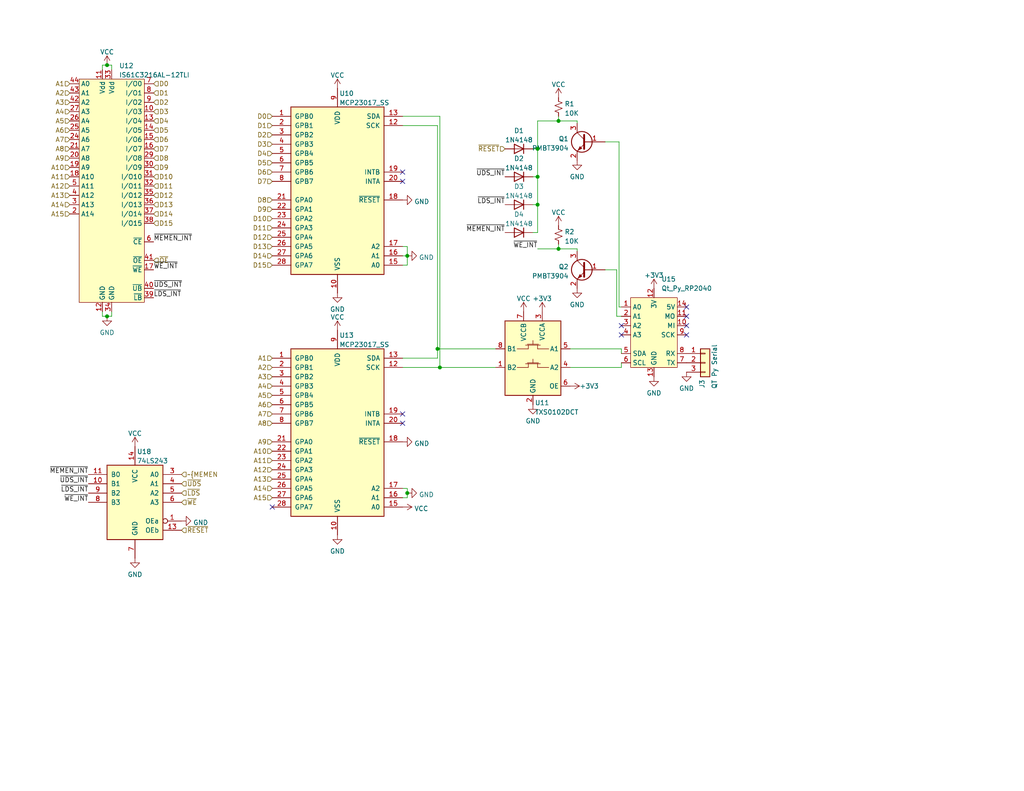
<source format=kicad_sch>
(kicad_sch (version 20230121) (generator eeschema)
  (paper "USLetter")
  (title_block (title "RAM/ROM Board") (date "2022-11-15") (rev "1.0.0-dev"))
  (lib_symbols
    (symbol "74xx:74LS243" (pin_names (offset 1.016))
      (property "Reference" "U" (at -7.62 11.43 0))
      (property "Value" "74LS243" (at -7.62 -11.43 0))
      (symbol "74LS243_1_0"
        (pin input inverted (at -12.7 -5.08 0) (length 5.08) (name "OEa") (number "1"))
        (pin tri_state line (at 12.7 5.08 180) (length 5.08) (name "B1") (number "10"))
        (pin tri_state line (at 12.7 7.62 180) (length 5.08) (name "B0") (number "11"))
        (pin input line (at -12.7 -7.62 0) (length 5.08) (name "OEb") (number "13"))
        (pin power_in line (at 0 15.24 270) (length 5.08) (name "VCC") (number "14"))
        (pin input line (at -12.7 7.62 0) (length 5.08) (name "A0") (number "3"))
        (pin input line (at -12.7 5.08 0) (length 5.08) (name "A1") (number "4"))
        (pin input line (at -12.7 2.54 0) (length 5.08) (name "A2") (number "5"))
        (pin input line (at -12.7 0 0) (length 5.08) (name "A3") (number "6"))
        (pin power_in line (at 0 -15.24 90) (length 5.08) (name "GND") (number "7"))
        (pin tri_state line (at 12.7 0 180) (length 5.08) (name "B3") (number "8"))
        (pin tri_state line (at 12.7 2.54 180) (length 5.08) (name "B2") (number "9"))
      )
      (symbol "74LS243_1_1"
        (rectangle (start -7.62 10.16) (end 7.62 -10.16) (stroke (width 0.254)) (fill (type background)))
      )
    )
    (symbol "Connector_Generic:Conn_01x03" (pin_names (offset 1.016) hide)
      (property "Reference" "J" (at 0 5.08 0))
      (property "Value" "Conn_01x03" (at 0 -5.08 0))
      (symbol "Conn_01x03_1_1"
        (rectangle (start -1.27 -2.413) (end 0 -2.667) (stroke (width 0.1524)))
        (rectangle (start -1.27 0.127) (end 0 -0.127) (stroke (width 0.1524)))
        (rectangle (start -1.27 2.667) (end 0 2.413) (stroke (width 0.1524)))
        (rectangle (start -1.27 3.81) (end 1.27 -3.81) (stroke (width 0.254)) (fill (type background)))
        (pin passive line (at -5.08 2.54 0) (length 3.81) (name "Pin_1") (number "1"))
        (pin passive line (at -5.08 0 0) (length 3.81) (name "Pin_2") (number "2"))
        (pin passive line (at -5.08 -2.54 0) (length 3.81) (name "Pin_3") (number "3"))
      )
    )
    (symbol "Device:Q_NPN_BEC" (pin_names (offset 0) hide)
      (property "Reference" "Q" (at 5.08 1.27 0))
      (property "Value" "Q_NPN_BEC" (at 5.08 -1.27 0))
      (symbol "Q_NPN_BEC_0_1"
        (polyline (pts (xy 0.635 0.635) (xy 2.54 2.54)))
        (polyline (pts (xy 0.635 -0.635) (xy 2.54 -2.54) (xy 2.54 -2.54)))
        (polyline (pts (xy 0.635 1.905) (xy 0.635 -1.905) (xy 0.635 -1.905)) (stroke (width 0.508)))
        (polyline (pts (xy 1.27 -1.778) (xy 1.778 -1.27) (xy 2.286 -2.286) (xy 1.27 -1.778) (xy 1.27 -1.778)) (fill (type outline)))
        (circle (center 1.27 0) (radius 2.8194) (stroke (width 0.254)))
      )
      (symbol "Q_NPN_BEC_1_1"
        (pin input line (at -5.08 0 0) (length 5.715) (name "B") (number "1"))
        (pin passive line (at 2.54 -5.08 90) (length 2.54) (name "E") (number "2"))
        (pin passive line (at 2.54 5.08 270) (length 2.54) (name "C") (number "3"))
      )
    )
    (symbol "Device:R_Small_US" (pin_numbers hide) (pin_names (offset 0.254) hide)
      (property "Reference" "R" (at 0.762 0.508 0))
      (property "Value" "R_Small_US" (at 0.762 -1.016 0))
      (symbol "R_Small_US_1_1"
        (polyline (pts (xy 0 0) (xy 1.016 -0.381) (xy 0 -0.762) (xy -1.016 -1.143) (xy 0 -1.524)))
        (polyline (pts (xy 0 1.524) (xy 1.016 1.143) (xy 0 0.762) (xy -1.016 0.381) (xy 0 0)))
        (pin passive line (at 0 2.54 270) (length 1.016) (name "~") (number "1"))
        (pin passive line (at 0 -2.54 90) (length 1.016) (name "~") (number "2"))
      )
    )
    (symbol "Diode:1N4148" (pin_numbers hide) (pin_names (offset 1.016) hide)
      (property "Reference" "D" (at 0 2.54 0))
      (property "Value" "1N4148" (at 0 -2.54 0))
      (symbol "1N4148_0_1"
        (polyline (pts (xy -1.27 1.27) (xy -1.27 -1.27)) (stroke (width 0.254)))
        (polyline (pts (xy 1.27 0) (xy -1.27 0)))
        (polyline (pts (xy 1.27 1.27) (xy 1.27 -1.27) (xy -1.27 0) (xy 1.27 1.27)) (stroke (width 0.254)))
      )
      (symbol "1N4148_1_1"
        (pin passive line (at -3.81 0 0) (length 2.54) (name "K") (number "1"))
        (pin passive line (at 3.81 0 180) (length 2.54) (name "A") (number "2"))
      )
    )
    (symbol "Interface_Expansion:MCP23017_SS" (pin_names (offset 1.016))
      (property "Reference" "U" (at -11.43 24.13 0))
      (property "Value" "MCP23017_SS" (at 0 0 0))
      (symbol "MCP23017_SS_0_1"
        (rectangle (start -12.7 22.86) (end 12.7 -22.86) (stroke (width 0.254)) (fill (type background)))
      )
      (symbol "MCP23017_SS_1_1"
        (pin bidirectional line (at 17.78 20.32 180) (length 5.08) (name "GPB0") (number "1"))
        (pin power_in line (at 0 -27.94 90) (length 5.08) (name "VSS") (number "10"))
        (pin no_connect line (at -12.7 15.24 0) (length 5.08) hide (name "NC") (number "11"))
        (pin input line (at -17.78 17.78 0) (length 5.08) (name "SCK") (number "12"))
        (pin bidirectional line (at -17.78 20.32 0) (length 5.08) (name "SDA") (number "13"))
        (pin no_connect line (at -12.7 12.7 0) (length 5.08) hide (name "NC") (number "14"))
        (pin input line (at -17.78 -20.32 0) (length 5.08) (name "A0") (number "15"))
        (pin input line (at -17.78 -17.78 0) (length 5.08) (name "A1") (number "16"))
        (pin input line (at -17.78 -15.24 0) (length 5.08) (name "A2") (number "17"))
        (pin input line (at -17.78 -2.54 0) (length 5.08) (name "~{RESET}") (number "18"))
        (pin tri_state line (at -17.78 5.08 0) (length 5.08) (name "INTB") (number "19"))
        (pin bidirectional line (at 17.78 17.78 180) (length 5.08) (name "GPB1") (number "2"))
        (pin tri_state line (at -17.78 2.54 0) (length 5.08) (name "INTA") (number "20"))
        (pin bidirectional line (at 17.78 -2.54 180) (length 5.08) (name "GPA0") (number "21"))
        (pin bidirectional line (at 17.78 -5.08 180) (length 5.08) (name "GPA1") (number "22"))
        (pin bidirectional line (at 17.78 -7.62 180) (length 5.08) (name "GPA2") (number "23"))
        (pin bidirectional line (at 17.78 -10.16 180) (length 5.08) (name "GPA3") (number "24"))
        (pin bidirectional line (at 17.78 -12.7 180) (length 5.08) (name "GPA4") (number "25"))
        (pin bidirectional line (at 17.78 -15.24 180) (length 5.08) (name "GPA5") (number "26"))
        (pin bidirectional line (at 17.78 -17.78 180) (length 5.08) (name "GPA6") (number "27"))
        (pin bidirectional line (at 17.78 -20.32 180) (length 5.08) (name "GPA7") (number "28"))
        (pin bidirectional line (at 17.78 15.24 180) (length 5.08) (name "GPB2") (number "3"))
        (pin bidirectional line (at 17.78 12.7 180) (length 5.08) (name "GPB3") (number "4"))
        (pin bidirectional line (at 17.78 10.16 180) (length 5.08) (name "GPB4") (number "5"))
        (pin bidirectional line (at 17.78 7.62 180) (length 5.08) (name "GPB5") (number "6"))
        (pin bidirectional line (at 17.78 5.08 180) (length 5.08) (name "GPB6") (number "7"))
        (pin bidirectional line (at 17.78 2.54 180) (length 5.08) (name "GPB7") (number "8"))
        (pin power_in line (at 0 27.94 270) (length 5.08) (name "VDD") (number "9"))
      )
    )
    (symbol "Logic_LevelTranslator:TXS0102DCT"
      (property "Reference" "U" (at -6.35 11.43 0))
      (property "Value" "TXS0102DCT" (at 3.81 11.43 0))
      (symbol "TXS0102DCT_0_1"
        (rectangle (start -7.62 10.16) (end 7.62 -10.16) (stroke (width 0.254)) (fill (type background)))
        (polyline (pts (xy -4.318 -2.54) (xy -1.27 -2.54)))
        (polyline (pts (xy -2.032 -1.524) (xy 2.032 -1.524)))
        (polyline (pts (xy -1.524 -1.27) (xy 1.524 -1.27)))
        (polyline (pts (xy -1.27 -2.54) (xy -1.27 -1.524)))
        (polyline (pts (xy 0 -1.27) (xy 0 -0.254)))
        (polyline (pts (xy 1.27 -2.54) (xy 1.27 -1.524)))
        (polyline (pts (xy 4.318 -2.54) (xy 1.27 -2.54)))
      )
      (symbol "TXS0102DCT_1_1"
        (polyline (pts (xy -4.318 2.54) (xy -1.27 2.54)))
        (polyline (pts (xy -2.032 3.556) (xy 2.032 3.556)))
        (polyline (pts (xy -1.524 3.81) (xy 1.524 3.81)))
        (polyline (pts (xy -1.27 2.54) (xy -1.27 3.556)))
        (polyline (pts (xy 0 3.81) (xy 0 4.826)))
        (polyline (pts (xy 1.27 2.54) (xy 1.27 3.556)))
        (polyline (pts (xy 4.318 2.54) (xy 1.27 2.54)))
        (pin bidirectional line (at 10.16 -2.54 180) (length 2.54) (name "B2") (number "1"))
        (pin power_in line (at 0 -12.7 90) (length 2.54) (name "GND") (number "2"))
        (pin power_in line (at -2.54 12.7 270) (length 2.54) (name "VCCA") (number "3"))
        (pin bidirectional line (at -10.16 -2.54 0) (length 2.54) (name "A2") (number "4"))
        (pin bidirectional line (at -10.16 2.54 0) (length 2.54) (name "A1") (number "5"))
        (pin input line (at -10.16 -7.62 0) (length 2.54) (name "OE") (number "6"))
        (pin power_in line (at 2.54 12.7 270) (length 2.54) (name "VCCB") (number "7"))
        (pin bidirectional line (at 10.16 2.54 180) (length 2.54) (name "B1") (number "8"))
      )
    )
    (symbol "parts:IS61C3216AL-12TLI"
      (property "Reference" "U" (at 11.43 27.94 0))
      (property "Value" "IS61C3216AL-12TLI" (at 12.7 25.4 0))
      (symbol "IS61C3216AL-12TLI_0_0"
        (pin input line (at -10.16 -3.81 0) (length 2.54) (name "A10") (number "18"))
        (pin input line (at -10.16 -1.27 0) (length 2.54) (name "A9") (number "19"))
        (pin input line (at -10.16 -13.97 0) (length 2.54) (name "A14") (number "2"))
        (pin input line (at -10.16 1.27 0) (length 2.54) (name "A8") (number "20"))
        (pin input line (at -10.16 3.81 0) (length 2.54) (name "A7") (number "21"))
        (pin input line (at -10.16 6.35 0) (length 2.54) (name "A6") (number "24"))
        (pin input line (at -10.16 8.89 0) (length 2.54) (name "A5") (number "25"))
        (pin input line (at -10.16 11.43 0) (length 2.54) (name "A4") (number "26"))
        (pin input line (at -10.16 13.97 0) (length 2.54) (name "A3") (number "27"))
        (pin bidirectional line (at 12.7 1.27 180) (length 2.54) (name "I/O8") (number "29"))
        (pin input line (at -10.16 -11.43 0) (length 2.54) (name "A13") (number "3"))
        (pin bidirectional line (at 12.7 -1.27 180) (length 2.54) (name "I/O9") (number "30"))
        (pin bidirectional line (at 12.7 -3.81 180) (length 2.54) (name "I/O10") (number "31"))
        (pin bidirectional line (at 12.7 -6.35 180) (length 2.54) (name "I/O11") (number "32"))
        (pin bidirectional line (at 12.7 -8.89 180) (length 2.54) (name "I/O12") (number "35"))
        (pin bidirectional line (at 12.7 -11.43 180) (length 2.54) (name "I/O13") (number "36"))
        (pin bidirectional line (at 12.7 -13.97 180) (length 2.54) (name "I/O14") (number "37"))
        (pin bidirectional line (at 12.7 -16.51 180) (length 2.54) (name "I/O15") (number "38"))
        (pin input line (at -10.16 -8.89 0) (length 2.54) (name "A12") (number "4"))
        (pin input line (at -10.16 16.51 0) (length 2.54) (name "A2") (number "42"))
        (pin input line (at -10.16 19.05 0) (length 2.54) (name "A1") (number "43"))
        (pin input line (at -10.16 -6.35 0) (length 2.54) (name "A11") (number "5"))
      )
      (symbol "IS61C3216AL-12TLI_0_1"
        (rectangle (start 10.16 22.86) (end -7.62 -38.1) (stroke (width 0.1524)) (fill (type background)))
      )
      (symbol "IS61C3216AL-12TLI_1_1"
        (pin bidirectional line (at 12.7 13.97 180) (length 2.54) (name "I/O3") (number "10"))
        (pin power_in line (at -1.27 25.4 270) (length 2.54) (name "Vdd") (number "11"))
        (pin power_in line (at -1.27 -40.64 90) (length 2.54) (name "GND") (number "12"))
        (pin bidirectional line (at 12.7 11.43 180) (length 2.54) (name "I/O4") (number "13"))
        (pin bidirectional line (at 12.7 8.89 180) (length 2.54) (name "I/O5") (number "14"))
        (pin bidirectional line (at 12.7 6.35 180) (length 2.54) (name "I/O6") (number "15"))
        (pin bidirectional line (at 12.7 3.81 180) (length 2.54) (name "I/O7") (number "16"))
        (pin input line (at 12.7 -29.21 180) (length 2.54) (name "~{WE}") (number "17"))
        (pin power_in line (at 1.27 25.4 270) (length 2.54) (name "Vdd") (number "33"))
        (pin power_in line (at 1.27 -40.64 90) (length 2.54) (name "GND") (number "34"))
        (pin input line (at 12.7 -36.83 180) (length 2.54) (name "~{LB}") (number "39"))
        (pin input line (at 12.7 -34.29 180) (length 2.54) (name "~{UB}") (number "40"))
        (pin input line (at 12.7 -26.67 180) (length 2.54) (name "~{OE}") (number "41"))
        (pin input line (at -10.16 21.59 0) (length 2.54) (name "A0") (number "44"))
        (pin input line (at 12.7 -21.59 180) (length 2.54) (name "~{CE}") (number "6"))
        (pin bidirectional line (at 12.7 21.59 180) (length 2.54) (name "I/O0") (number "7"))
        (pin bidirectional line (at 12.7 19.05 180) (length 2.54) (name "I/O1") (number "8"))
        (pin bidirectional line (at 12.7 16.51 180) (length 2.54) (name "I/O2") (number "9"))
      )
    )
    (symbol "parts:Qt_Py_RP2040"
      (property "Reference" "U15" (at 2.0194 12.7 0))
      (property "Value" "Qt_Py_RP2040" (at 2.0194 10.16 0))
      (symbol "Qt_Py_RP2040_0_1"
        (rectangle (start 6.35 7.62) (end -6.35 -11.43) (stroke (width 0.1524)) (fill (type background)))
      )
      (symbol "Qt_Py_RP2040_1_1"
        (pin bidirectional line (at -8.89 5.08 0) (length 2.54) (name "A0") (number "1"))
        (pin bidirectional line (at 8.89 0 180) (length 2.54) (name "MI") (number "10"))
        (pin bidirectional line (at 8.89 2.54 180) (length 2.54) (name "MO") (number "11"))
        (pin power_out line (at 0 10.16 270) (length 2.54) (name "3V") (number "12"))
        (pin power_out line (at 0 -13.97 90) (length 2.54) (name "GND") (number "13"))
        (pin power_out line (at 8.89 5.08 180) (length 2.54) (name "5V") (number "14"))
        (pin bidirectional line (at -8.89 2.54 0) (length 2.54) (name "A1") (number "2"))
        (pin bidirectional line (at -8.89 0 0) (length 2.54) (name "A2") (number "3"))
        (pin bidirectional line (at -8.89 -2.54 0) (length 2.54) (name "A3") (number "4"))
        (pin bidirectional line (at -8.89 -7.62 0) (length 2.54) (name "SDA") (number "5"))
        (pin bidirectional line (at -8.89 -10.16 0) (length 2.54) (name "SCL") (number "6"))
        (pin bidirectional line (at 8.89 -10.16 180) (length 2.54) (name "TX") (number "7"))
        (pin bidirectional line (at 8.89 -7.62 180) (length 2.54) (name "RX") (number "8"))
        (pin bidirectional line (at 8.89 -2.54 180) (length 2.54) (name "SCK") (number "9"))
      )
    )
    (symbol "power:+3V3" (power) (pin_names (offset 0))
      (property "Value" "+3V3" (at 0 3.556 0))
      (symbol "+3V3_0_1"
        (polyline (pts (xy -0.762 1.27) (xy 0 2.54)))
        (polyline (pts (xy 0 0) (xy 0 2.54)))
        (polyline (pts (xy 0 2.54) (xy 0.762 1.27)))
      )
      (symbol "+3V3_1_1"
        (pin power_in line (at 0 0 90) (length 0) hide (name "+3V3") (number "1"))
      )
    )
    (symbol "power:GND" (power) (pin_names (offset 0))
      (property "Value" "GND" (at 0 -3.81 0))
      (symbol "GND_0_1"
        (polyline (pts (xy 0 0) (xy 0 -1.27) (xy 1.27 -1.27) (xy 0 -2.54) (xy -1.27 -1.27) (xy 0 -1.27)))
      )
      (symbol "GND_1_1"
        (pin power_in line (at 0 0 270) (length 0) hide (name "GND") (number "1"))
      )
    )
    (symbol "power:VCC" (power) (pin_names (offset 0))
      (property "Value" "VCC" (at 0 3.81 0))
      (symbol "VCC_0_1"
        (polyline (pts (xy -0.762 1.27) (xy 0 2.54)))
        (polyline (pts (xy 0 0) (xy 0 2.54)))
        (polyline (pts (xy 0 2.54) (xy 0.762 1.27)))
      )
      (symbol "VCC_1_1"
        (pin power_in line (at 0 0 90) (length 0) hide (name "VCC") (number "1"))
      )
    )
  )
  (junction (at 119.38 95.25))
  (junction (at 111.125 69.85))
  (junction (at 146.685 48.26))
  (junction (at 152.4 67.945))
  (junction (at 146.685 55.88))
  (junction (at 146.685 40.64))
  (junction (at 111.125 134.62))
  (junction (at 120.015 100.33))
  (junction (at 29.21 17.78))
  (junction (at 29.21 86.36))
  (junction (at 152.4 33.02))
  (no_connect (at 169.545 91.44))
  (no_connect (at 109.855 115.57))
  (no_connect (at 109.855 113.03))
  (no_connect (at 187.325 83.82))
  (no_connect (at 187.325 88.9))
  (no_connect (at 187.325 91.44))
  (no_connect (at 187.325 86.36))
  (no_connect (at 109.855 46.99))
  (no_connect (at 169.545 88.9))
  (no_connect (at 74.295 138.43))
  (no_connect (at 109.855 49.53))
  (wire (pts (xy 146.685 40.64) (xy 146.685 48.26)))
  (wire (pts (xy 146.685 33.02) (xy 146.685 40.64)))
  (wire (pts (xy 157.48 33.02) (xy 157.48 33.655)))
  (wire (pts (xy 146.685 33.02) (xy 152.4 33.02)))
  (wire (pts (xy 152.4 66.675) (xy 152.4 67.945)))
  (wire (pts (xy 27.94 17.78) (xy 29.21 17.78)))
  (wire (pts (xy 27.94 19.05) (xy 27.94 17.78)))
  (wire (pts (xy 168.275 86.36) (xy 168.275 73.66)))
  (wire (pts (xy 145.415 63.5) (xy 146.685 63.5)))
  (wire (pts (xy 169.545 95.25) (xy 169.545 96.52)))
  (wire (pts (xy 119.38 34.29) (xy 119.38 95.25)))
  (wire (pts (xy 30.48 17.78) (xy 30.48 19.05)))
  (wire (pts (xy 109.855 135.89) (xy 111.125 135.89)))
  (wire (pts (xy 168.275 86.36) (xy 169.545 86.36)))
  (wire (pts (xy 109.855 97.79) (xy 119.38 97.79)))
  (wire (pts (xy 145.415 55.88) (xy 146.685 55.88)))
  (wire (pts (xy 146.685 48.26) (xy 146.685 55.88)))
  (wire (pts (xy 109.855 34.29) (xy 119.38 34.29)))
  (wire (pts (xy 109.855 133.35) (xy 111.125 133.35)))
  (wire (pts (xy 27.94 86.36) (xy 27.94 85.09)))
  (wire (pts (xy 169.545 83.82) (xy 168.91 83.82)))
  (wire (pts (xy 109.855 67.31) (xy 111.125 67.31)))
  (wire (pts (xy 155.575 95.25) (xy 169.545 95.25)))
  (wire (pts (xy 152.4 67.945) (xy 157.48 67.945)))
  (wire (pts (xy 120.015 31.75) (xy 120.015 100.33)))
  (wire (pts (xy 146.685 67.945) (xy 152.4 67.945)))
  (wire (pts (xy 111.125 69.85) (xy 111.125 72.39)))
  (wire (pts (xy 109.855 69.85) (xy 111.125 69.85)))
  (wire (pts (xy 146.685 55.88) (xy 146.685 63.5)))
  (wire (pts (xy 157.48 67.945) (xy 157.48 68.58)))
  (wire (pts (xy 168.91 38.735) (xy 165.1 38.735)))
  (wire (pts (xy 109.855 31.75) (xy 120.015 31.75)))
  (wire (pts (xy 119.38 95.25) (xy 119.38 97.79)))
  (wire (pts (xy 109.855 72.39) (xy 111.125 72.39)))
  (wire (pts (xy 168.91 83.82) (xy 168.91 38.735)))
  (wire (pts (xy 119.38 95.25) (xy 135.255 95.25)))
  (wire (pts (xy 145.415 48.26) (xy 146.685 48.26)))
  (wire (pts (xy 29.21 86.36) (xy 27.94 86.36)))
  (wire (pts (xy 111.125 134.62) (xy 111.125 133.35)))
  (wire (pts (xy 169.545 100.33) (xy 169.545 99.06)))
  (wire (pts (xy 152.4 33.02) (xy 157.48 33.02)))
  (wire (pts (xy 145.415 40.64) (xy 146.685 40.64)))
  (wire (pts (xy 111.125 135.89) (xy 111.125 134.62)))
  (wire (pts (xy 168.275 73.66) (xy 165.1 73.66)))
  (wire (pts (xy 30.48 86.36) (xy 30.48 85.09)))
  (wire (pts (xy 109.855 100.33) (xy 120.015 100.33)))
  (wire (pts (xy 120.015 100.33) (xy 135.255 100.33)))
  (wire (pts (xy 155.575 100.33) (xy 169.545 100.33)))
  (wire (pts (xy 29.21 17.78) (xy 30.48 17.78)))
  (wire (pts (xy 29.21 86.36) (xy 30.48 86.36)))
  (wire (pts (xy 111.125 67.31) (xy 111.125 69.85)))
  (wire (pts (xy 152.4 31.75) (xy 152.4 33.02)))
  (label "~{UDS_INT}" (at 41.91 78.74 0))
  (label "~{WE_INT}" (at 41.91 73.66 0))
  (label "~{MEMEN_INT}" (at 137.795 63.5 180))
  (label "~{WE_INT}" (at 146.685 67.945 180))
  (label "~{LDS_INT}" (at 41.91 81.28 0))
  (label "~{LDS_INT}" (at 137.795 55.88 180))
  (label "~{MEMEN_INT}" (at 24.13 129.54 180))
  (label "~{LDS_INT}" (at 24.13 134.62 180))
  (label "~{WE_INT}" (at 24.13 137.16 180))
  (label "~{UDS_INT}" (at 137.795 48.26 180))
  (label "~{MEMEN_INT}" (at 41.91 66.04 0))
  (label "~{UDS_INT}" (at 24.13 132.08 180))
  (hierarchical_label "A14" (shape input) (at 74.295 133.35 180))
  (hierarchical_label "D15" (shape input) (at 41.91 60.96 0))
  (hierarchical_label "A13" (shape input) (at 74.295 130.81 180))
  (hierarchical_label "D12" (shape input) (at 41.91 53.34 0))
  (hierarchical_label "A8" (shape input) (at 19.05 40.64 180))
  (hierarchical_label "D4" (shape input) (at 74.295 41.91 180))
  (hierarchical_label "D2" (shape input) (at 74.295 36.83 180))
  (hierarchical_label "D0" (shape input) (at 41.91 22.86 0))
  (hierarchical_label "D8" (shape input) (at 41.91 43.18 0))
  (hierarchical_label "~{MEMEN" (shape input) (at 49.53 129.54 0))
  (hierarchical_label "D14" (shape input) (at 74.295 69.85 180))
  (hierarchical_label "D13" (shape input) (at 74.295 67.31 180))
  (hierarchical_label "A3" (shape input) (at 74.295 102.87 180))
  (hierarchical_label "D5" (shape input) (at 41.91 35.56 0))
  (hierarchical_label "D5" (shape input) (at 74.295 44.45 180))
  (hierarchical_label "~{RESET}" (shape input) (at 49.53 144.78 0))
  (hierarchical_label "A9" (shape input) (at 74.295 120.65 180))
  (hierarchical_label "D11" (shape input) (at 74.295 62.23 180))
  (hierarchical_label "D11" (shape input) (at 41.91 50.8 0))
  (hierarchical_label "A15" (shape input) (at 19.05 58.42 180))
  (hierarchical_label "A11" (shape input) (at 74.295 125.73 180))
  (hierarchical_label "A7" (shape input) (at 19.05 38.1 180))
  (hierarchical_label "A1" (shape input) (at 19.05 22.86 180))
  (hierarchical_label "A12" (shape input) (at 19.05 50.8 180))
  (hierarchical_label "A1" (shape input) (at 74.295 97.79 180))
  (hierarchical_label "D0" (shape input) (at 74.295 31.75 180))
  (hierarchical_label "A5" (shape input) (at 74.295 107.95 180))
  (hierarchical_label "D9" (shape input) (at 74.295 57.15 180))
  (hierarchical_label "D10" (shape input) (at 74.295 59.69 180))
  (hierarchical_label "D15" (shape input) (at 74.295 72.39 180))
  (hierarchical_label "A2" (shape input) (at 19.05 25.4 180))
  (hierarchical_label "D8" (shape input) (at 74.295 54.61 180))
  (hierarchical_label "D3" (shape input) (at 41.91 30.48 0))
  (hierarchical_label "D1" (shape input) (at 41.91 25.4 0))
  (hierarchical_label "A15" (shape input) (at 74.295 135.89 180))
  (hierarchical_label "~{UDS}" (shape input) (at 49.53 132.08 0))
  (hierarchical_label "A9" (shape input) (at 19.05 43.18 180))
  (hierarchical_label "A4" (shape input) (at 19.05 30.48 180))
  (hierarchical_label "D7" (shape input) (at 41.91 40.64 0))
  (hierarchical_label "D1" (shape input) (at 74.295 34.29 180))
  (hierarchical_label "A6" (shape input) (at 74.295 110.49 180))
  (hierarchical_label "A10" (shape input) (at 74.295 123.19 180))
  (hierarchical_label "D12" (shape input) (at 74.295 64.77 180))
  (hierarchical_label "D9" (shape input) (at 41.91 45.72 0))
  (hierarchical_label "~{OE}" (shape input) (at 41.91 71.12 0))
  (hierarchical_label "D7" (shape input) (at 74.295 49.53 180))
  (hierarchical_label "A6" (shape input) (at 19.05 35.56 180))
  (hierarchical_label "D3" (shape input) (at 74.295 39.37 180))
  (hierarchical_label "D4" (shape input) (at 41.91 33.02 0))
  (hierarchical_label "A10" (shape input) (at 19.05 45.72 180))
  (hierarchical_label "D14" (shape input) (at 41.91 58.42 0))
  (hierarchical_label "A14" (shape input) (at 19.05 55.88 180))
  (hierarchical_label "D13" (shape input) (at 41.91 55.88 0))
  (hierarchical_label "A12" (shape input) (at 74.295 128.27 180))
  (hierarchical_label "D6" (shape input) (at 41.91 38.1 0))
  (hierarchical_label "A3" (shape input) (at 19.05 27.94 180))
  (hierarchical_label "~{LDS}" (shape input) (at 49.53 134.62 0))
  (hierarchical_label "A8" (shape input) (at 74.295 115.57 180))
  (hierarchical_label "D10" (shape input) (at 41.91 48.26 0))
  (hierarchical_label "A11" (shape input) (at 19.05 48.26 180))
  (hierarchical_label "A7" (shape input) (at 74.295 113.03 180))
  (hierarchical_label "~{RESET}" (shape input) (at 137.795 40.64 180))
  (hierarchical_label "A4" (shape input) (at 74.295 105.41 180))
  (hierarchical_label "~{WE}" (shape input) (at 49.53 137.16 0))
  (hierarchical_label "A13" (shape input) (at 19.05 53.34 180))
  (hierarchical_label "A5" (shape input) (at 19.05 33.02 180))
  (hierarchical_label "D6" (shape input) (at 74.295 46.99 180))
  (hierarchical_label "D2" (shape input) (at 41.91 27.94 0))
  (hierarchical_label "A2" (shape input) (at 74.295 100.33 180))
  (symbol (lib_id "Device:R_Small_US") (at 152.4 29.21 0) (unit 1)
    (property "Reference" "R1" (at 154.051 28.3753 0) (effects (justify left)))
    (property "Value" "10K" (at 154.051 30.9122 0) (effects (justify left)))
    (property "Footprint" "Resistor_SMD:R_0603_1608Metric" (effects hide))
  )
  (symbol (lib_id "Interface_Expansion:MCP23017_SS") (at 92.075 52.07 0) (mirror y) (unit 1)
    (property "Reference" "U10" (at 92.5956 25.5102 0) (effects (justify right)))
    (property "Value" "MCP23017_SS" (at 92.5956 28.0471 0) (effects (justify right)))
    (property "Footprint" "Package_SO:SSOP-28_5.3x10.2mm_P0.65mm" (effects hide))
    (property "Datasheet" "http://ww1.microchip.com/downloads/en/DeviceDoc/20001952C.pdf" (effects hide))
  )
  (symbol (lib_id "power:GND") (at 92.075 146.05 0) (unit 1)
    (property "Reference" "#PWR0115" (effects hide))
    (property "Value" "GND" (at 92.075 150.4934 0))
  )
  (symbol (lib_id "power:GND") (at 157.48 43.815 0) (unit 1)
    (property "Reference" "#PWR0117" (effects hide))
    (property "Value" "GND" (at 157.48 48.2584 0))
  )
  (symbol (lib_id "power:VCC") (at 92.075 24.13 0) (unit 1)
    (property "Reference" "#PWR0112" (effects hide))
    (property "Value" "VCC" (at 92.075 20.5542 0))
  )
  (symbol (lib_id "74xx:74LS243") (at 36.83 137.16 0) (mirror y) (unit 1)
    (property "Reference" "U18" (at 37.3506 123.3002 0) (effects (justify right)))
    (property "Value" "74LS243" (at 37.3506 125.8371 0) (effects (justify right)))
    (property "Footprint" "Package_SO:SOIC-14_3.9x8.7mm_P1.27mm" (effects hide))
    (property "Datasheet" "http://www.ti.com/lit/gpn/sn74LS243" (effects hide))
  )
  (symbol (lib_id "power:VCC") (at 36.83 121.92 0) (unit 1)
    (property "Reference" "#PWR0106" (effects hide))
    (property "Value" "VCC" (at 36.83 118.3442 0))
  )
  (symbol (lib_id "power:VCC") (at 29.21 17.78 0) (unit 1)
    (property "Reference" "#PWR033" (effects hide))
    (property "Value" "VCC" (at 29.21 14.2042 0))
  )
  (symbol (lib_id "Diode:1N4148") (at 141.605 40.64 180) (unit 1)
    (property "Reference" "D1" (at 141.605 35.6702 0))
    (property "Value" "1N4148" (at 141.605 38.2071 0))
    (property "Footprint" "Diode_SMD:D_0805_2012Metric" (effects hide))
    (property "Datasheet" "https://assets.nexperia.com/documents/data-sheet/1N4148_1N4448.pdf" (effects hide))
  )
  (symbol (lib_id "power:VCC") (at 142.875 85.09 0) (unit 1)
    (property "Reference" "#PWR0122" (effects hide))
    (property "Value" "VCC" (at 142.875 81.5142 0))
  )
  (symbol (lib_id "Device:Q_NPN_BEC") (at 160.02 38.735 0) (mirror y) (unit 1)
    (property "Reference" "Q1" (at 155.1687 37.9003 0) (effects (justify left)))
    (property "Value" "PMBT3904" (at 155.1687 40.4372 0) (effects (justify left)))
    (property "Footprint" "Package_TO_SOT_SMD:SOT-23" (effects hide))
  )
  (symbol (lib_id "power:GND") (at 145.415 110.49 0) (unit 1)
    (property "Reference" "#PWR019" (effects hide))
    (property "Value" "GND" (at 145.415 114.9334 0))
  )
  (symbol (lib_id "power:GND") (at 49.53 142.24 90) (unit 1)
    (property "Reference" "#PWR0120" (effects hide))
    (property "Value" "GND" (at 52.705 142.6738 90) (effects (justify right)))
  )
  (symbol (lib_id "power:+3V3") (at 178.435 78.74 0) (unit 1)
    (property "Reference" "#PWR0102" (effects hide))
    (property "Value" "+3V3" (at 178.435 75.1642 0))
  )
  (symbol (lib_id "Interface_Expansion:MCP23017_SS") (at 92.075 118.11 0) (mirror y) (unit 1)
    (property "Reference" "U13" (at 92.5956 91.5502 0) (effects (justify right)))
    (property "Value" "MCP23017_SS" (at 92.5956 94.0871 0) (effects (justify right)))
    (property "Footprint" "Package_SO:SSOP-28_5.3x10.2mm_P0.65mm" (effects hide))
    (property "Datasheet" "http://ww1.microchip.com/downloads/en/DeviceDoc/20001952C.pdf" (effects hide))
  )
  (symbol (lib_id "power:GND") (at 36.83 152.4 0) (unit 1)
    (property "Reference" "#PWR0107" (effects hide))
    (property "Value" "GND" (at 36.83 156.8434 0))
  )
  (symbol (lib_id "power:VCC") (at 152.4 26.67 0) (unit 1)
    (property "Reference" "#PWR0119" (effects hide))
    (property "Value" "VCC" (at 152.4 23.0942 0))
  )
  (symbol (lib_id "power:GND") (at 109.855 120.65 90) (unit 1)
    (property "Reference" "#PWR0113" (effects hide))
    (property "Value" "GND" (at 113.03 121.0838 90) (effects (justify right)))
  )
  (symbol (lib_id "parts:IS61C3216AL-12TLI") (at 29.21 44.45 0) (unit 1)
    (property "Reference" "U12" (at 32.4994 17.941 0) (effects (justify left)))
    (property "Value" "IS61C3216AL-12TLI" (at 32.4994 20.4779 0) (effects (justify left)))
    (property "Footprint" "Package_SO:TSOP-II-44_10.16x18.41mm_P0.8mm" (effects hide))
  )
  (symbol (lib_id "Logic_LevelTranslator:TXS0102DCT") (at 145.415 97.79 0) (mirror y) (unit 1)
    (property "Reference" "U11" (at 145.9356 109.9804 0) (effects (justify right)))
    (property "Value" "TXS0102DCT" (at 145.9356 112.5173 0) (effects (justify right)))
    (property "Footprint" "Package_SO:SSOP-8_2.95x2.8mm_P0.65mm" (effects hide))
    (property "Datasheet" "http://www.ti.com/lit/gpn/txs0102" (effects hide))
  )
  (symbol (lib_id "power:VCC") (at 92.075 90.17 0) (unit 1)
    (property "Reference" "#PWR0109" (effects hide))
    (property "Value" "VCC" (at 92.075 86.5942 0))
  )
  (symbol (lib_id "parts:Qt_Py_RP2040") (at 178.435 88.9 0) (unit 1)
    (property "Reference" "U15" (at 180.4544 76.2 0) (effects (justify left)))
    (property "Value" "Qt_Py_RP2040" (at 180.4544 78.74 0) (effects (justify left)))
    (property "Footprint" "xiao_lib:Seeeduino XIAO-MOUDLE14P-2.54-21X17.8MM" (effects hide))
  )
  (symbol (lib_id "power:GND") (at 178.435 102.87 0) (unit 1)
    (property "Reference" "#PWR0103" (effects hide))
    (property "Value" "GND" (at 178.435 107.3134 0))
  )
  (symbol (lib_id "Diode:1N4148") (at 141.605 48.26 180) (unit 1)
    (property "Reference" "D2" (at 141.605 43.2902 0))
    (property "Value" "1N4148" (at 141.605 45.8271 0))
    (property "Footprint" "Diode_SMD:D_0805_2012Metric" (effects hide))
    (property "Datasheet" "https://assets.nexperia.com/documents/data-sheet/1N4148_1N4448.pdf" (effects hide))
  )
  (symbol (lib_id "power:VCC") (at 109.855 138.43 270) (unit 1)
    (property "Reference" "#PWR0114" (effects hide))
    (property "Value" "VCC" (at 113.03 138.8638 90) (effects (justify left)))
  )
  (symbol (lib_id "power:GND") (at 111.125 69.85 90) (unit 1)
    (property "Reference" "#PWR0110" (effects hide))
    (property "Value" "GND" (at 114.3 70.2838 90) (effects (justify right)))
  )
  (symbol (lib_id "power:GND") (at 29.21 86.36 0) (unit 1)
    (property "Reference" "#PWR050" (effects hide))
    (property "Value" "GND" (at 29.21 90.8034 0))
  )
  (symbol (lib_id "Connector_Generic:Conn_01x03") (at 192.405 99.06 0) (unit 1)
    (property "Reference" "J3" (at 191.5703 103.632 90) (effects (justify right)))
    (property "Value" "QT Py Serial" (at 194.945 93.98 90) (effects (justify right)))
    (property "Footprint" "Connector_PinHeader_2.54mm:PinHeader_1x03_P2.54mm_Vertical" (effects hide))
  )
  (symbol (lib_id "power:+3V3") (at 155.575 105.41 270) (unit 1)
    (property "Reference" "#PWR0125" (effects hide))
    (property "Value" "+3V3" (at 158.115 105.41 90) (effects (justify left)))
  )
  (symbol (lib_id "Device:R_Small_US") (at 152.4 64.135 0) (unit 1)
    (property "Reference" "R2" (at 154.051 63.3003 0) (effects (justify left)))
    (property "Value" "10K" (at 154.051 65.8372 0) (effects (justify left)))
    (property "Footprint" "Resistor_SMD:R_0603_1608Metric" (effects hide))
  )
  (symbol (lib_id "power:VCC") (at 152.4 61.595 0) (unit 1)
    (property "Reference" "#PWR0118" (effects hide))
    (property "Value" "VCC" (at 152.4 58.0192 0))
  )
  (symbol (lib_id "power:GND") (at 111.125 134.62 90) (unit 1)
    (property "Reference" "#PWR0116" (effects hide))
    (property "Value" "GND" (at 114.3 135.0538 90) (effects (justify right)))
  )
  (symbol (lib_id "power:GND") (at 92.075 80.01 0) (unit 1)
    (property "Reference" "#PWR0108" (effects hide))
    (property "Value" "GND" (at 92.075 84.4534 0))
  )
  (symbol (lib_id "power:+3V3") (at 147.955 85.09 0) (unit 1)
    (property "Reference" "#PWR0123" (effects hide))
    (property "Value" "+3V3" (at 147.955 81.5142 0))
  )
  (symbol (lib_id "power:GND") (at 187.325 101.6 0) (unit 1)
    (property "Reference" "#PWR0104" (effects hide))
    (property "Value" "GND" (at 187.325 106.0434 0))
  )
  (symbol (lib_id "power:GND") (at 157.48 78.74 0) (unit 1)
    (property "Reference" "#PWR0124" (effects hide))
    (property "Value" "GND" (at 157.48 83.1834 0))
  )
  (symbol (lib_id "Diode:1N4148") (at 141.605 63.5 180) (unit 1)
    (property "Reference" "D4" (at 141.605 58.5302 0))
    (property "Value" "1N4148" (at 141.605 61.0671 0))
    (property "Footprint" "Diode_SMD:D_0805_2012Metric" (effects hide))
    (property "Datasheet" "https://assets.nexperia.com/documents/data-sheet/1N4148_1N4448.pdf" (effects hide))
  )
  (symbol (lib_id "Device:Q_NPN_BEC") (at 160.02 73.66 0) (mirror y) (unit 1)
    (property "Reference" "Q2" (at 155.1687 72.8253 0) (effects (justify left)))
    (property "Value" "PMBT3904" (at 155.1687 75.3622 0) (effects (justify left)))
    (property "Footprint" "Package_TO_SOT_SMD:SOT-23" (effects hide))
  )
  (symbol (lib_id "power:GND") (at 109.855 54.61 90) (unit 1)
    (property "Reference" "#PWR0111" (effects hide))
    (property "Value" "GND" (at 113.03 55.0438 90) (effects (justify right)))
  )
  (symbol (lib_id "Diode:1N4148") (at 141.605 55.88 180) (unit 1)
    (property "Reference" "D3" (at 141.605 50.9102 0))
    (property "Value" "1N4148" (at 141.605 53.4471 0))
    (property "Footprint" "Diode_SMD:D_0805_2012Metric" (effects hide))
    (property "Datasheet" "https://assets.nexperia.com/documents/data-sheet/1N4148_1N4448.pdf" (effects hide))
  )
)
</source>
